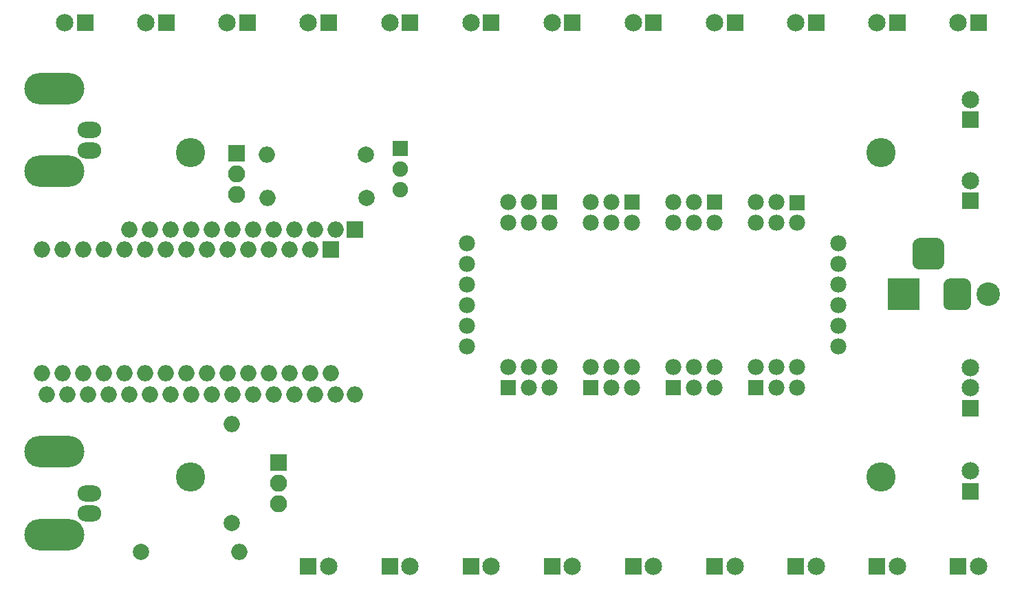
<source format=gbr>
G04 #@! TF.GenerationSoftware,KiCad,Pcbnew,(5.0.0)*
G04 #@! TF.CreationDate,2020-03-06T16:17:22+00:00*
G04 #@! TF.ProjectId,LED Zappelin,4C4544205A617070656C696E2E6B6963,rev?*
G04 #@! TF.SameCoordinates,Original*
G04 #@! TF.FileFunction,Soldermask,Top*
G04 #@! TF.FilePolarity,Negative*
%FSLAX46Y46*%
G04 Gerber Fmt 4.6, Leading zero omitted, Abs format (unit mm)*
G04 Created by KiCad (PCBNEW (5.0.0)) date 03/06/20 16:17:22*
%MOMM*%
%LPD*%
G01*
G04 APERTURE LIST*
%ADD10R,2.100000X2.100000*%
%ADD11O,2.100000X2.100000*%
%ADD12O,2.000000X2.000000*%
%ADD13C,2.000000*%
%ADD14R,1.900000X1.900000*%
%ADD15C,1.900000*%
%ADD16C,2.150000*%
%ADD17R,2.150000X2.150000*%
%ADD18R,2.000000X2.000000*%
%ADD19C,3.600000*%
%ADD20C,1.981200*%
%ADD21R,1.981200X1.981200*%
%ADD22O,2.899360X2.000200*%
%ADD23O,7.400240X3.900120*%
%ADD24C,2.900000*%
%ADD25R,3.900000X3.900000*%
%ADD26C,0.100000*%
%ADD27C,3.400000*%
%ADD28C,3.900000*%
G04 APERTURE END LIST*
D10*
G04 #@! TO.C,*
X95850000Y-103200000D03*
D11*
X95850000Y-105740000D03*
X95850000Y-108280000D03*
G04 #@! TD*
D12*
G04 #@! TO.C,*
X94370000Y-65300000D03*
D13*
X106550000Y-65300000D03*
G04 #@! TD*
D12*
G04 #@! TO.C,*
X94470000Y-70600000D03*
D13*
X106650000Y-70600000D03*
G04 #@! TD*
D14*
G04 #@! TO.C,2N5089*
X110800000Y-64500000D03*
D15*
X110800000Y-69580000D03*
X110800000Y-67040000D03*
G04 #@! TD*
D16*
G04 #@! TO.C,*
X69500000Y-49000000D03*
D17*
X72000000Y-49000000D03*
G04 #@! TD*
D16*
G04 #@! TO.C,*
X79500000Y-49000000D03*
D17*
X82000000Y-49000000D03*
G04 #@! TD*
D16*
G04 #@! TO.C,*
X89500000Y-49000000D03*
D17*
X92000000Y-49000000D03*
G04 #@! TD*
D16*
G04 #@! TO.C,*
X99500000Y-49000000D03*
D17*
X102000000Y-49000000D03*
G04 #@! TD*
D16*
G04 #@! TO.C,*
X109500000Y-49000000D03*
D17*
X112000000Y-49000000D03*
G04 #@! TD*
D16*
G04 #@! TO.C,*
X119500000Y-49000000D03*
D17*
X122000000Y-49000000D03*
G04 #@! TD*
D16*
G04 #@! TO.C,*
X129500000Y-49000000D03*
D17*
X132000000Y-49000000D03*
G04 #@! TD*
D16*
G04 #@! TO.C,*
X139500000Y-49000000D03*
D17*
X142000000Y-49000000D03*
G04 #@! TD*
D16*
G04 #@! TO.C,*
X149500000Y-49000000D03*
D17*
X152000000Y-49000000D03*
G04 #@! TD*
D16*
G04 #@! TO.C,*
X159500000Y-49000000D03*
D17*
X162000000Y-49000000D03*
G04 #@! TD*
D16*
G04 #@! TO.C,*
X169500000Y-49000000D03*
D17*
X172000000Y-49000000D03*
G04 #@! TD*
D16*
G04 #@! TO.C,*
X179500000Y-49000000D03*
D17*
X182000000Y-49000000D03*
G04 #@! TD*
G04 #@! TO.C,*
X181000000Y-61000000D03*
D16*
X181000000Y-58500000D03*
G04 #@! TD*
D17*
G04 #@! TO.C,*
X181000000Y-71000000D03*
D16*
X181000000Y-68500000D03*
G04 #@! TD*
D17*
G04 #@! TO.C,*
X181000000Y-106750000D03*
D16*
X181000000Y-104250000D03*
G04 #@! TD*
G04 #@! TO.C,*
X182000000Y-116000000D03*
D17*
X179500000Y-116000000D03*
G04 #@! TD*
D16*
G04 #@! TO.C,*
X172000000Y-116000000D03*
D17*
X169500000Y-116000000D03*
G04 #@! TD*
D16*
G04 #@! TO.C,*
X162000000Y-116000000D03*
D17*
X159500000Y-116000000D03*
G04 #@! TD*
D16*
G04 #@! TO.C,*
X152000000Y-116000000D03*
D17*
X149500000Y-116000000D03*
G04 #@! TD*
D16*
G04 #@! TO.C,*
X142000000Y-116000000D03*
D17*
X139500000Y-116000000D03*
G04 #@! TD*
D16*
G04 #@! TO.C,*
X132000000Y-116000000D03*
D17*
X129500000Y-116000000D03*
G04 #@! TD*
D16*
G04 #@! TO.C,*
X122000000Y-116000000D03*
D17*
X119500000Y-116000000D03*
G04 #@! TD*
D16*
G04 #@! TO.C,*
X112000000Y-116000000D03*
D17*
X109500000Y-116000000D03*
G04 #@! TD*
G04 #@! TO.C,*
X99500000Y-116000000D03*
D16*
X102000000Y-116000000D03*
G04 #@! TD*
D12*
G04 #@! TO.C,*
X91030000Y-114200000D03*
D13*
X78850000Y-114200000D03*
G04 #@! TD*
D18*
G04 #@! TO.C,*
X105250000Y-74500000D03*
D12*
X72330000Y-94830000D03*
X102810000Y-74500000D03*
X74870000Y-94830000D03*
X100270000Y-74500000D03*
X77410000Y-94830000D03*
X97730000Y-74500000D03*
X79950000Y-94830000D03*
X95190000Y-74500000D03*
X82490000Y-94830000D03*
X92650000Y-74500000D03*
X85030000Y-94830000D03*
X90110000Y-74500000D03*
X87570000Y-94830000D03*
X87570000Y-74500000D03*
X90110000Y-94830000D03*
X85030000Y-74500000D03*
X92650000Y-94830000D03*
X82490000Y-74500000D03*
X95190000Y-94830000D03*
X79950000Y-74500000D03*
X97730000Y-94830000D03*
X77410000Y-74500000D03*
X100270000Y-94830000D03*
X102810000Y-94830000D03*
X105250000Y-94830000D03*
X69790000Y-94830000D03*
X67250000Y-94830000D03*
G04 #@! TD*
D19*
G04 #@! TO.C,*
X85000000Y-65000000D03*
G04 #@! TD*
G04 #@! TO.C,*
X85000000Y-105000000D03*
G04 #@! TD*
G04 #@! TO.C,*
X170000000Y-105000000D03*
G04 #@! TD*
D20*
G04 #@! TO.C,*
X134255000Y-73660000D03*
X134255000Y-71120000D03*
X129175000Y-73660000D03*
X126635000Y-71120000D03*
X126635000Y-73660000D03*
X124095000Y-71120000D03*
X124095000Y-73660000D03*
X136795000Y-71120000D03*
X136795000Y-73660000D03*
X139335000Y-73660000D03*
X146955000Y-71120000D03*
X144415000Y-71120000D03*
X144415000Y-73660000D03*
X146955000Y-73660000D03*
X149495000Y-73660000D03*
X154575000Y-73660000D03*
X154575000Y-71120000D03*
X157115000Y-71120000D03*
X157115000Y-73660000D03*
X159655000Y-73660000D03*
X159655000Y-91440000D03*
X159655000Y-93980000D03*
X157115000Y-93980000D03*
X157115000Y-91440000D03*
X154575000Y-91440000D03*
X149495000Y-93980000D03*
X146955000Y-93980000D03*
X149495000Y-91440000D03*
X146955000Y-91440000D03*
X144415000Y-91440000D03*
D21*
X129175000Y-71120000D03*
X139335000Y-71120000D03*
X149495000Y-71120000D03*
X159655000Y-71250000D03*
X154575000Y-93980000D03*
X144415000Y-93980000D03*
D20*
X139335000Y-93980000D03*
X136795000Y-93980000D03*
D21*
X134255000Y-93980000D03*
D20*
X139335000Y-91440000D03*
X136795000Y-91440000D03*
X134255000Y-91440000D03*
X129175000Y-93980000D03*
X126635000Y-93980000D03*
D21*
X124095000Y-93980000D03*
D20*
X129175000Y-91440000D03*
X126635000Y-91440000D03*
X124095000Y-91440000D03*
X119015000Y-76200000D03*
X119015000Y-78740000D03*
X119015000Y-81280000D03*
X119015000Y-83820000D03*
X119015000Y-86370000D03*
X119015000Y-88890000D03*
X164735000Y-88900000D03*
X164735000Y-86360000D03*
X164735000Y-83820000D03*
X164735000Y-81280000D03*
X164735000Y-78740000D03*
X164735000Y-76200000D03*
G04 #@! TD*
D22*
G04 #@! TO.C,*
X72501260Y-64749360D03*
X72501260Y-62250000D03*
D23*
X68236600Y-57149680D03*
X68236600Y-67347780D03*
G04 #@! TD*
D24*
G04 #@! TO.C,J2*
X183175000Y-82500000D03*
D25*
X172775000Y-82500000D03*
D26*
G36*
X180308315Y-80554093D02*
X180390827Y-80566333D01*
X180471742Y-80586601D01*
X180550281Y-80614702D01*
X180625687Y-80650367D01*
X180697235Y-80693251D01*
X180764234Y-80742941D01*
X180826041Y-80798959D01*
X180882059Y-80860766D01*
X180931749Y-80927765D01*
X180974633Y-80999313D01*
X181010298Y-81074719D01*
X181038399Y-81153258D01*
X181058667Y-81234173D01*
X181070907Y-81316685D01*
X181075000Y-81400000D01*
X181075000Y-83600000D01*
X181070907Y-83683315D01*
X181058667Y-83765827D01*
X181038399Y-83846742D01*
X181010298Y-83925281D01*
X180974633Y-84000687D01*
X180931749Y-84072235D01*
X180882059Y-84139234D01*
X180826041Y-84201041D01*
X180764234Y-84257059D01*
X180697235Y-84306749D01*
X180625687Y-84349633D01*
X180550281Y-84385298D01*
X180471742Y-84413399D01*
X180390827Y-84433667D01*
X180308315Y-84445907D01*
X180225000Y-84450000D01*
X178525000Y-84450000D01*
X178441685Y-84445907D01*
X178359173Y-84433667D01*
X178278258Y-84413399D01*
X178199719Y-84385298D01*
X178124313Y-84349633D01*
X178052765Y-84306749D01*
X177985766Y-84257059D01*
X177923959Y-84201041D01*
X177867941Y-84139234D01*
X177818251Y-84072235D01*
X177775367Y-84000687D01*
X177739702Y-83925281D01*
X177711601Y-83846742D01*
X177691333Y-83765827D01*
X177679093Y-83683315D01*
X177675000Y-83600000D01*
X177675000Y-81400000D01*
X177679093Y-81316685D01*
X177691333Y-81234173D01*
X177711601Y-81153258D01*
X177739702Y-81074719D01*
X177775367Y-80999313D01*
X177818251Y-80927765D01*
X177867941Y-80860766D01*
X177923959Y-80798959D01*
X177985766Y-80742941D01*
X178052765Y-80693251D01*
X178124313Y-80650367D01*
X178199719Y-80614702D01*
X178278258Y-80586601D01*
X178359173Y-80566333D01*
X178441685Y-80554093D01*
X178525000Y-80550000D01*
X180225000Y-80550000D01*
X180308315Y-80554093D01*
X180308315Y-80554093D01*
G37*
D27*
X179375000Y-82500000D03*
D26*
G36*
X176895567Y-75554695D02*
X176990213Y-75568734D01*
X177083028Y-75591983D01*
X177173116Y-75624217D01*
X177259612Y-75665127D01*
X177341681Y-75714317D01*
X177418533Y-75771315D01*
X177489429Y-75835571D01*
X177553685Y-75906467D01*
X177610683Y-75983319D01*
X177659873Y-76065388D01*
X177700783Y-76151884D01*
X177733017Y-76241972D01*
X177756266Y-76334787D01*
X177770305Y-76429433D01*
X177775000Y-76525000D01*
X177775000Y-78475000D01*
X177770305Y-78570567D01*
X177756266Y-78665213D01*
X177733017Y-78758028D01*
X177700783Y-78848116D01*
X177659873Y-78934612D01*
X177610683Y-79016681D01*
X177553685Y-79093533D01*
X177489429Y-79164429D01*
X177418533Y-79228685D01*
X177341681Y-79285683D01*
X177259612Y-79334873D01*
X177173116Y-79375783D01*
X177083028Y-79408017D01*
X176990213Y-79431266D01*
X176895567Y-79445305D01*
X176800000Y-79450000D01*
X174850000Y-79450000D01*
X174754433Y-79445305D01*
X174659787Y-79431266D01*
X174566972Y-79408017D01*
X174476884Y-79375783D01*
X174390388Y-79334873D01*
X174308319Y-79285683D01*
X174231467Y-79228685D01*
X174160571Y-79164429D01*
X174096315Y-79093533D01*
X174039317Y-79016681D01*
X173990127Y-78934612D01*
X173949217Y-78848116D01*
X173916983Y-78758028D01*
X173893734Y-78665213D01*
X173879695Y-78570567D01*
X173875000Y-78475000D01*
X173875000Y-76525000D01*
X173879695Y-76429433D01*
X173893734Y-76334787D01*
X173916983Y-76241972D01*
X173949217Y-76151884D01*
X173990127Y-76065388D01*
X174039317Y-75983319D01*
X174096315Y-75906467D01*
X174160571Y-75835571D01*
X174231467Y-75771315D01*
X174308319Y-75714317D01*
X174390388Y-75665127D01*
X174476884Y-75624217D01*
X174566972Y-75591983D01*
X174659787Y-75568734D01*
X174754433Y-75554695D01*
X174850000Y-75550000D01*
X176800000Y-75550000D01*
X176895567Y-75554695D01*
X176895567Y-75554695D01*
G37*
D28*
X175825000Y-77500000D03*
G04 #@! TD*
D23*
G04 #@! TO.C,*
X68236600Y-112097780D03*
X68236600Y-101899680D03*
D22*
X72501260Y-107000000D03*
X72501260Y-109499360D03*
G04 #@! TD*
D19*
G04 #@! TO.C,*
X170000000Y-65000000D03*
G04 #@! TD*
D12*
G04 #@! TO.C,*
X66690000Y-92240000D03*
X66690000Y-77000000D03*
X102250000Y-92240000D03*
X69230000Y-77000000D03*
X99710000Y-92240000D03*
X71770000Y-77000000D03*
X97170000Y-92240000D03*
X74310000Y-77000000D03*
X94630000Y-92240000D03*
X76850000Y-77000000D03*
X92090000Y-92240000D03*
X79390000Y-77000000D03*
X89550000Y-92240000D03*
X81930000Y-77000000D03*
X87010000Y-92240000D03*
X84470000Y-77000000D03*
X84470000Y-92240000D03*
X87010000Y-77000000D03*
X81930000Y-92240000D03*
X89550000Y-77000000D03*
X79390000Y-92240000D03*
X92090000Y-77000000D03*
X76850000Y-92240000D03*
X94630000Y-77000000D03*
X74310000Y-92240000D03*
X97170000Y-77000000D03*
X71770000Y-92240000D03*
X99710000Y-77000000D03*
X69230000Y-92240000D03*
D18*
X102250000Y-77000000D03*
G04 #@! TD*
D13*
G04 #@! TO.C,*
X90100000Y-110700000D03*
D12*
X90100000Y-98520000D03*
G04 #@! TD*
D17*
G04 #@! TO.C,*
X181000000Y-96500000D03*
D16*
X181000000Y-94000000D03*
X181000000Y-91500000D03*
G04 #@! TD*
D11*
G04 #@! TO.C,*
X90650000Y-70180000D03*
X90650000Y-67640000D03*
D10*
X90650000Y-65100000D03*
G04 #@! TD*
M02*

</source>
